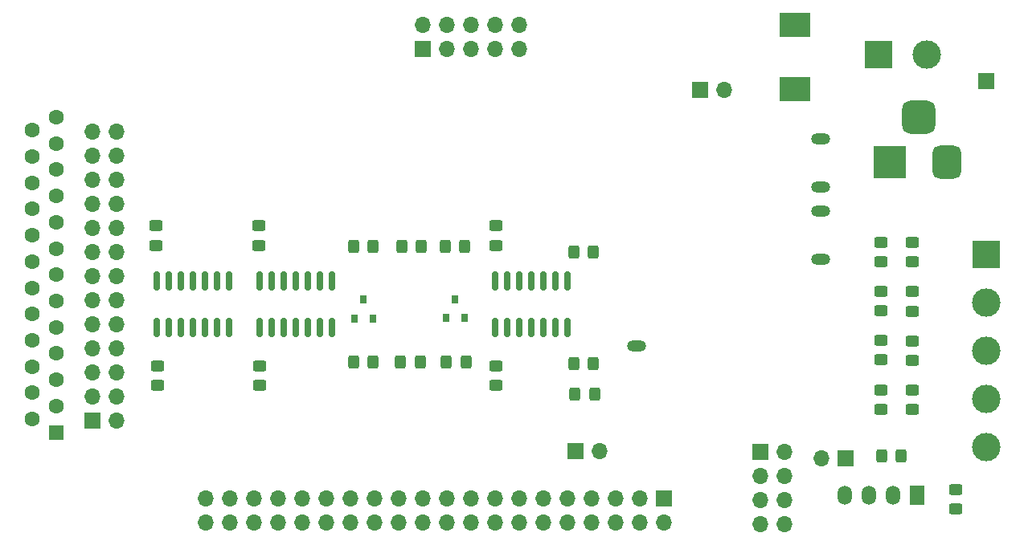
<source format=gbr>
G04 #@! TF.GenerationSoftware,KiCad,Pcbnew,(6.0.4-0)*
G04 #@! TF.CreationDate,2022-04-08T08:30:32+02:00*
G04 #@! TF.ProjectId,FluCom2,466c7543-6f6d-4322-9e6b-696361645f70,2.3*
G04 #@! TF.SameCoordinates,Original*
G04 #@! TF.FileFunction,Soldermask,Top*
G04 #@! TF.FilePolarity,Negative*
%FSLAX46Y46*%
G04 Gerber Fmt 4.6, Leading zero omitted, Abs format (unit mm)*
G04 Created by KiCad (PCBNEW (6.0.4-0)) date 2022-04-08 08:30:32*
%MOMM*%
%LPD*%
G01*
G04 APERTURE LIST*
G04 Aperture macros list*
%AMRoundRect*
0 Rectangle with rounded corners*
0 $1 Rounding radius*
0 $2 $3 $4 $5 $6 $7 $8 $9 X,Y pos of 4 corners*
0 Add a 4 corners polygon primitive as box body*
4,1,4,$2,$3,$4,$5,$6,$7,$8,$9,$2,$3,0*
0 Add four circle primitives for the rounded corners*
1,1,$1+$1,$2,$3*
1,1,$1+$1,$4,$5*
1,1,$1+$1,$6,$7*
1,1,$1+$1,$8,$9*
0 Add four rect primitives between the rounded corners*
20,1,$1+$1,$2,$3,$4,$5,0*
20,1,$1+$1,$4,$5,$6,$7,0*
20,1,$1+$1,$6,$7,$8,$9,0*
20,1,$1+$1,$8,$9,$2,$3,0*%
G04 Aperture macros list end*
%ADD10RoundRect,0.250000X-0.450000X0.325000X-0.450000X-0.325000X0.450000X-0.325000X0.450000X0.325000X0*%
%ADD11RoundRect,0.250000X0.450000X-0.325000X0.450000X0.325000X-0.450000X0.325000X-0.450000X-0.325000X0*%
%ADD12R,3.300000X2.500000*%
%ADD13R,1.700000X1.700000*%
%ADD14O,1.700000X1.700000*%
%ADD15R,3.500000X3.500000*%
%ADD16RoundRect,0.750000X0.750000X1.000000X-0.750000X1.000000X-0.750000X-1.000000X0.750000X-1.000000X0*%
%ADD17RoundRect,0.875000X0.875000X0.875000X-0.875000X0.875000X-0.875000X-0.875000X0.875000X-0.875000X0*%
%ADD18R,3.000000X3.000000*%
%ADD19C,3.000000*%
%ADD20R,0.800000X0.900000*%
%ADD21RoundRect,0.250000X0.325000X0.450000X-0.325000X0.450000X-0.325000X-0.450000X0.325000X-0.450000X0*%
%ADD22RoundRect,0.150000X0.150000X-0.825000X0.150000X0.825000X-0.150000X0.825000X-0.150000X-0.825000X0*%
%ADD23R,1.500000X2.000000*%
%ADD24O,1.500000X2.000000*%
%ADD25RoundRect,0.250000X-0.325000X-0.450000X0.325000X-0.450000X0.325000X0.450000X-0.325000X0.450000X0*%
%ADD26R,1.600000X1.600000*%
%ADD27C,1.600000*%
%ADD28O,2.000000X1.200000*%
G04 APERTURE END LIST*
D10*
X79603600Y-121555400D03*
X79603600Y-123605400D03*
X90424000Y-121555400D03*
X90424000Y-123605400D03*
D11*
X90322400Y-108822600D03*
X90322400Y-106772600D03*
D10*
X163703000Y-134611000D03*
X163703000Y-136661000D03*
D11*
X155875000Y-115735000D03*
X155875000Y-113685000D03*
D10*
X155875000Y-124100000D03*
X155875000Y-126150000D03*
D11*
X155875000Y-120920000D03*
X155875000Y-118870000D03*
X155875000Y-110550000D03*
X155875000Y-108500000D03*
D12*
X146750000Y-92350000D03*
X146750000Y-85550000D03*
D13*
X133000000Y-135500000D03*
D14*
X133000000Y-138040000D03*
X130460000Y-135500000D03*
X130460000Y-138040000D03*
X127920000Y-135500000D03*
X127920000Y-138040000D03*
X125380000Y-135500000D03*
X125380000Y-138040000D03*
X122840000Y-135500000D03*
X122840000Y-138040000D03*
X120300000Y-135500000D03*
X120300000Y-138040000D03*
X117760000Y-135500000D03*
X117760000Y-138040000D03*
X115220000Y-135500000D03*
X115220000Y-138040000D03*
X112680000Y-135500000D03*
X112680000Y-138040000D03*
X110140000Y-135500000D03*
X110140000Y-138040000D03*
X107600000Y-135500000D03*
X107600000Y-138040000D03*
X105060000Y-135500000D03*
X105060000Y-138040000D03*
X102520000Y-135500000D03*
X102520000Y-138040000D03*
X99980000Y-135500000D03*
X99980000Y-138040000D03*
X97440000Y-135500000D03*
X97440000Y-138040000D03*
X94900000Y-135500000D03*
X94900000Y-138040000D03*
X92360000Y-135500000D03*
X92360000Y-138040000D03*
X89820000Y-135500000D03*
X89820000Y-138040000D03*
X87280000Y-135500000D03*
X87280000Y-138040000D03*
X84740000Y-135500000D03*
X84740000Y-138040000D03*
D13*
X72785000Y-127325000D03*
D14*
X72785000Y-124785000D03*
X72785000Y-122245000D03*
X72785000Y-119705000D03*
X72785000Y-117165000D03*
X72785000Y-114625000D03*
X72785000Y-112085000D03*
X72785000Y-109545000D03*
X72785000Y-107005000D03*
X72785000Y-104465000D03*
X72785000Y-101925000D03*
X72785000Y-99385000D03*
X72785000Y-96845000D03*
X75325000Y-127325000D03*
X75325000Y-124785000D03*
X75325000Y-122245000D03*
X75325000Y-119705000D03*
X75325000Y-117165000D03*
X75325000Y-114625000D03*
X75325000Y-112085000D03*
X75325000Y-109545000D03*
X75325000Y-107005000D03*
X75325000Y-104465000D03*
X75325000Y-101925000D03*
X75325000Y-99385000D03*
X75325000Y-96845000D03*
D15*
X156814000Y-100050000D03*
D16*
X162814000Y-100050000D03*
D17*
X159814000Y-95350000D03*
D18*
X166900000Y-109825000D03*
D19*
X166900000Y-114905000D03*
X166900000Y-119985000D03*
X166900000Y-125065000D03*
X166900000Y-130145000D03*
D18*
X155560000Y-88700000D03*
D19*
X160640000Y-88700000D03*
D13*
X152146000Y-131300000D03*
D14*
X149606000Y-131300000D03*
D20*
X110050000Y-116500000D03*
X111950000Y-116500000D03*
X111000000Y-114500000D03*
D11*
X159175000Y-115766666D03*
X159175000Y-113716666D03*
X159175000Y-120958332D03*
X159175000Y-118908332D03*
X159175000Y-110575000D03*
X159175000Y-108525000D03*
D21*
X112125000Y-121100000D03*
X110075000Y-121100000D03*
X107300000Y-121150000D03*
X105250000Y-121150000D03*
D13*
X166925000Y-91525000D03*
D22*
X79590000Y-117522000D03*
X80860000Y-117522000D03*
X82130000Y-117522000D03*
X83400000Y-117522000D03*
X84670000Y-117522000D03*
X85940000Y-117522000D03*
X87210000Y-117522000D03*
X87210000Y-112572000D03*
X85940000Y-112572000D03*
X84670000Y-112572000D03*
X83400000Y-112572000D03*
X82130000Y-112572000D03*
X80860000Y-112572000D03*
X79590000Y-112572000D03*
X90373200Y-117522000D03*
X91643200Y-117522000D03*
X92913200Y-117522000D03*
X94183200Y-117522000D03*
X95453200Y-117522000D03*
X96723200Y-117522000D03*
X97993200Y-117522000D03*
X97993200Y-112572000D03*
X96723200Y-112572000D03*
X95453200Y-112572000D03*
X94183200Y-112572000D03*
X92913200Y-112572000D03*
X91643200Y-112572000D03*
X90373200Y-112572000D03*
D23*
X159650000Y-135225000D03*
D24*
X157110000Y-135225000D03*
X154570000Y-135225000D03*
X152030000Y-135225000D03*
D21*
X102377000Y-121150000D03*
X100327000Y-121150000D03*
X102377000Y-108966000D03*
X100327000Y-108966000D03*
D20*
X100402000Y-116550000D03*
X102302000Y-116550000D03*
X101352000Y-114550000D03*
D25*
X109950000Y-108916000D03*
X112000000Y-108916000D03*
X123625001Y-124550001D03*
X125675001Y-124550001D03*
D11*
X79502000Y-108822600D03*
X79502000Y-106772600D03*
D10*
X115265200Y-121555400D03*
X115265200Y-123605400D03*
D11*
X115265200Y-108822600D03*
X115265200Y-106772600D03*
D22*
X115238000Y-117522000D03*
X116508000Y-117522000D03*
X117778000Y-117522000D03*
X119048000Y-117522000D03*
X120318000Y-117522000D03*
X121588000Y-117522000D03*
X122858000Y-117522000D03*
X122858000Y-112572000D03*
X121588000Y-112572000D03*
X120318000Y-112572000D03*
X119048000Y-112572000D03*
X117778000Y-112572000D03*
X116508000Y-112572000D03*
X115238000Y-112572000D03*
D25*
X155950000Y-131000000D03*
X158000000Y-131000000D03*
D11*
X159175000Y-126150000D03*
X159175000Y-124100000D03*
D26*
X68961000Y-128550000D03*
D27*
X68961000Y-125780000D03*
X68961000Y-123010000D03*
X68961000Y-120240000D03*
X68961000Y-117470000D03*
X68961000Y-114700000D03*
X68961000Y-111930000D03*
X68961000Y-109160000D03*
X68961000Y-106390000D03*
X68961000Y-103620000D03*
X68961000Y-100850000D03*
X68961000Y-98080000D03*
X68961000Y-95310000D03*
X66421000Y-127165000D03*
X66421000Y-124395000D03*
X66421000Y-121625000D03*
X66421000Y-118855000D03*
X66421000Y-116085000D03*
X66421000Y-113315000D03*
X66421000Y-110545000D03*
X66421000Y-107775000D03*
X66421000Y-105005000D03*
X66421000Y-102235000D03*
X66421000Y-99465000D03*
X66421000Y-96695000D03*
D13*
X123710000Y-130500000D03*
D14*
X126250000Y-130500000D03*
D21*
X125525000Y-109500000D03*
X123475000Y-109500000D03*
D25*
X105350000Y-108966000D03*
X107400000Y-108966000D03*
X123475000Y-121300000D03*
X125525000Y-121300000D03*
D13*
X143150000Y-130600000D03*
D14*
X145690000Y-130600000D03*
X143150000Y-133140000D03*
X145690000Y-133140000D03*
X143150000Y-135680000D03*
X145690000Y-135680000D03*
X143150000Y-138220000D03*
X145690000Y-138220000D03*
D28*
X149500000Y-97590000D03*
X149500000Y-102670000D03*
X149500000Y-105210000D03*
X149500000Y-110290000D03*
X130094000Y-119434000D03*
D13*
X136825000Y-92450000D03*
D14*
X139365000Y-92450000D03*
D13*
X107574000Y-88143000D03*
D14*
X107574000Y-85603000D03*
X110114000Y-88143000D03*
X110114000Y-85603000D03*
X112654000Y-88143000D03*
X112654000Y-85603000D03*
X115194000Y-88143000D03*
X115194000Y-85603000D03*
X117734000Y-88143000D03*
X117734000Y-85603000D03*
M02*

</source>
